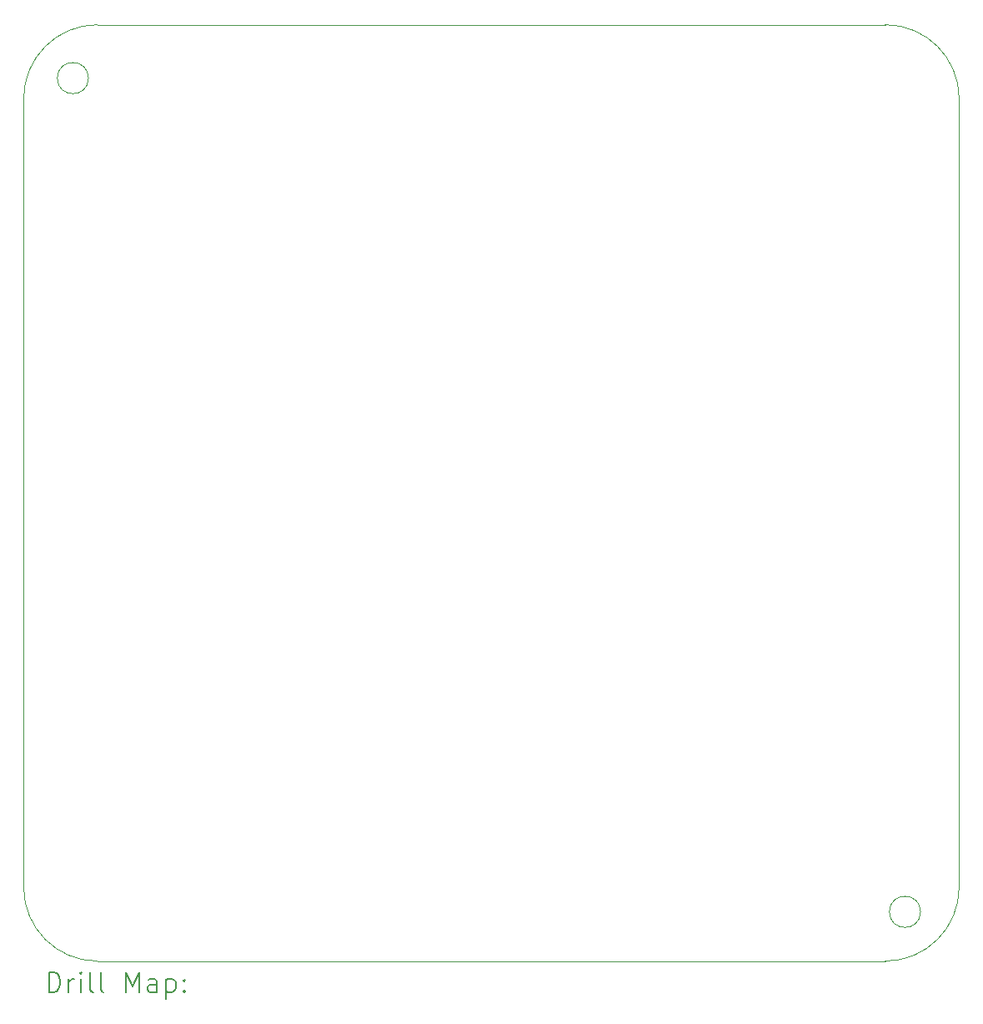
<source format=gbr>
%TF.GenerationSoftware,KiCad,Pcbnew,8.0.6*%
%TF.CreationDate,2025-03-20T16:43:44-06:00*%
%TF.ProjectId,Invitaci_nTDS_general,496e7669-7461-4636-99f3-6e5444535f67,rev?*%
%TF.SameCoordinates,Original*%
%TF.FileFunction,Drillmap*%
%TF.FilePolarity,Positive*%
%FSLAX45Y45*%
G04 Gerber Fmt 4.5, Leading zero omitted, Abs format (unit mm)*
G04 Created by KiCad (PCBNEW 8.0.6) date 2025-03-20 16:43:44*
%MOMM*%
%LPD*%
G01*
G04 APERTURE LIST*
%ADD10C,0.050000*%
%ADD11C,0.200000*%
G04 APERTURE END LIST*
D10*
X6500000Y-5750000D02*
G75*
G02*
X7250000Y-5000000I750000J0D01*
G01*
X15608114Y-14000000D02*
G75*
G02*
X15291886Y-14000000I-158114J0D01*
G01*
X15291886Y-14000000D02*
G75*
G02*
X15608114Y-14000000I158114J0D01*
G01*
X7250000Y-14500000D02*
G75*
G02*
X6500000Y-13750000I0J750000D01*
G01*
X15250000Y-5000000D02*
G75*
G02*
X16000000Y-5750000I0J-750000D01*
G01*
X16000000Y-13750000D02*
G75*
G02*
X15250000Y-14500000I-750000J0D01*
G01*
X7158114Y-5541886D02*
G75*
G02*
X6841886Y-5541886I-158114J0D01*
G01*
X6841886Y-5541886D02*
G75*
G02*
X7158114Y-5541886I158114J0D01*
G01*
X6500000Y-13750000D02*
X6500000Y-5750000D01*
X16000000Y-5750000D02*
X16000000Y-13750000D01*
X15250000Y-14500000D02*
X7250000Y-14500000D01*
X7250000Y-5000000D02*
X15250000Y-5000000D01*
D11*
X6758277Y-14813984D02*
X6758277Y-14613984D01*
X6758277Y-14613984D02*
X6805896Y-14613984D01*
X6805896Y-14613984D02*
X6834467Y-14623508D01*
X6834467Y-14623508D02*
X6853515Y-14642555D01*
X6853515Y-14642555D02*
X6863039Y-14661603D01*
X6863039Y-14661603D02*
X6872562Y-14699698D01*
X6872562Y-14699698D02*
X6872562Y-14728269D01*
X6872562Y-14728269D02*
X6863039Y-14766365D01*
X6863039Y-14766365D02*
X6853515Y-14785412D01*
X6853515Y-14785412D02*
X6834467Y-14804460D01*
X6834467Y-14804460D02*
X6805896Y-14813984D01*
X6805896Y-14813984D02*
X6758277Y-14813984D01*
X6958277Y-14813984D02*
X6958277Y-14680650D01*
X6958277Y-14718746D02*
X6967801Y-14699698D01*
X6967801Y-14699698D02*
X6977324Y-14690174D01*
X6977324Y-14690174D02*
X6996372Y-14680650D01*
X6996372Y-14680650D02*
X7015420Y-14680650D01*
X7082086Y-14813984D02*
X7082086Y-14680650D01*
X7082086Y-14613984D02*
X7072562Y-14623508D01*
X7072562Y-14623508D02*
X7082086Y-14633031D01*
X7082086Y-14633031D02*
X7091610Y-14623508D01*
X7091610Y-14623508D02*
X7082086Y-14613984D01*
X7082086Y-14613984D02*
X7082086Y-14633031D01*
X7205896Y-14813984D02*
X7186848Y-14804460D01*
X7186848Y-14804460D02*
X7177324Y-14785412D01*
X7177324Y-14785412D02*
X7177324Y-14613984D01*
X7310658Y-14813984D02*
X7291610Y-14804460D01*
X7291610Y-14804460D02*
X7282086Y-14785412D01*
X7282086Y-14785412D02*
X7282086Y-14613984D01*
X7539229Y-14813984D02*
X7539229Y-14613984D01*
X7539229Y-14613984D02*
X7605896Y-14756841D01*
X7605896Y-14756841D02*
X7672562Y-14613984D01*
X7672562Y-14613984D02*
X7672562Y-14813984D01*
X7853515Y-14813984D02*
X7853515Y-14709222D01*
X7853515Y-14709222D02*
X7843991Y-14690174D01*
X7843991Y-14690174D02*
X7824943Y-14680650D01*
X7824943Y-14680650D02*
X7786848Y-14680650D01*
X7786848Y-14680650D02*
X7767801Y-14690174D01*
X7853515Y-14804460D02*
X7834467Y-14813984D01*
X7834467Y-14813984D02*
X7786848Y-14813984D01*
X7786848Y-14813984D02*
X7767801Y-14804460D01*
X7767801Y-14804460D02*
X7758277Y-14785412D01*
X7758277Y-14785412D02*
X7758277Y-14766365D01*
X7758277Y-14766365D02*
X7767801Y-14747317D01*
X7767801Y-14747317D02*
X7786848Y-14737793D01*
X7786848Y-14737793D02*
X7834467Y-14737793D01*
X7834467Y-14737793D02*
X7853515Y-14728269D01*
X7948753Y-14680650D02*
X7948753Y-14880650D01*
X7948753Y-14690174D02*
X7967801Y-14680650D01*
X7967801Y-14680650D02*
X8005896Y-14680650D01*
X8005896Y-14680650D02*
X8024943Y-14690174D01*
X8024943Y-14690174D02*
X8034467Y-14699698D01*
X8034467Y-14699698D02*
X8043991Y-14718746D01*
X8043991Y-14718746D02*
X8043991Y-14775888D01*
X8043991Y-14775888D02*
X8034467Y-14794936D01*
X8034467Y-14794936D02*
X8024943Y-14804460D01*
X8024943Y-14804460D02*
X8005896Y-14813984D01*
X8005896Y-14813984D02*
X7967801Y-14813984D01*
X7967801Y-14813984D02*
X7948753Y-14804460D01*
X8129705Y-14794936D02*
X8139229Y-14804460D01*
X8139229Y-14804460D02*
X8129705Y-14813984D01*
X8129705Y-14813984D02*
X8120182Y-14804460D01*
X8120182Y-14804460D02*
X8129705Y-14794936D01*
X8129705Y-14794936D02*
X8129705Y-14813984D01*
X8129705Y-14690174D02*
X8139229Y-14699698D01*
X8139229Y-14699698D02*
X8129705Y-14709222D01*
X8129705Y-14709222D02*
X8120182Y-14699698D01*
X8120182Y-14699698D02*
X8129705Y-14690174D01*
X8129705Y-14690174D02*
X8129705Y-14709222D01*
M02*

</source>
